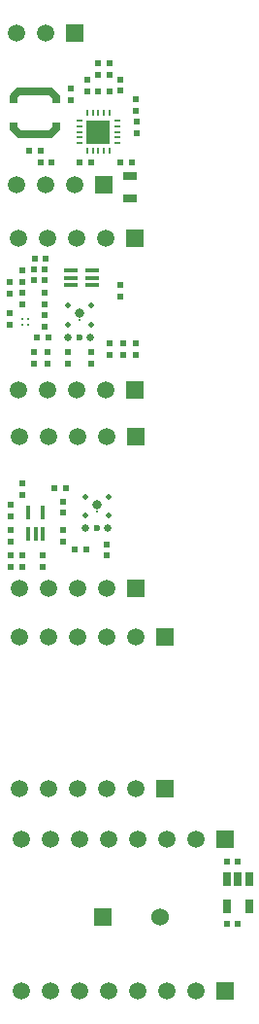
<source format=gbr>
%TF.GenerationSoftware,Altium Limited,Altium Designer,22.6.1 (34)*%
G04 Layer_Color=255*
%FSLAX45Y45*%
%MOMM*%
%TF.SameCoordinates,41C29604-6FBD-4392-AD62-CF0DA8D1722B*%
%TF.FilePolarity,Positive*%
%TF.FileFunction,Pads,Bot*%
%TF.Part,CustomerPanel*%
G01*
G75*
%TA.AperFunction,SMDPad,CuDef*%
%ADD11R,0.50000X0.60000*%
%ADD12R,0.60000X0.50000*%
%ADD13R,1.30000X0.40000*%
%TA.AperFunction,ComponentPad*%
%ADD25R,1.50000X1.50000*%
%ADD26C,1.50000*%
%ADD27C,0.80000*%
%ADD30C,1.52400*%
%ADD31R,1.52400X1.52400*%
%TA.AperFunction,SMDPad,CuDef*%
G04:AMPARAMS|DCode=32|XSize=1.19mm|YSize=0.4mm|CornerRadius=0.1mm|HoleSize=0mm|Usage=FLASHONLY|Rotation=90.000|XOffset=0mm|YOffset=0mm|HoleType=Round|Shape=RoundedRectangle|*
%AMROUNDEDRECTD32*
21,1,1.19000,0.20000,0,0,90.0*
21,1,0.99000,0.40000,0,0,90.0*
1,1,0.20000,0.10000,0.49500*
1,1,0.20000,0.10000,-0.49500*
1,1,0.20000,-0.10000,-0.49500*
1,1,0.20000,-0.10000,0.49500*
%
%ADD32ROUNDEDRECTD32*%
%TA.AperFunction,ConnectorPad*%
%ADD33R,0.60000X0.50000*%
%TA.AperFunction,SMDPad,CuDef*%
%ADD34R,0.15000X0.15000*%
%ADD35C,0.65000*%
%ADD36C,0.46000*%
%ADD37C,0.60000*%
%ADD38C,0.25400*%
G04:AMPARAMS|DCode=39|XSize=0.9017mm|YSize=0.7112mm|CornerRadius=0mm|HoleSize=0mm|Usage=FLASHONLY|Rotation=45.000|XOffset=0mm|YOffset=0mm|HoleType=Round|Shape=Rectangle|*
%AMROTATEDRECTD39*
4,1,4,-0.06735,-0.57025,-0.57025,-0.06735,0.06735,0.57025,0.57025,0.06735,-0.06735,-0.57025,0.0*
%
%ADD39ROTATEDRECTD39*%

G04:AMPARAMS|DCode=40|XSize=0.9017mm|YSize=0.7112mm|CornerRadius=0mm|HoleSize=0mm|Usage=FLASHONLY|Rotation=135.000|XOffset=0mm|YOffset=0mm|HoleType=Round|Shape=Rectangle|*
%AMROTATEDRECTD40*
4,1,4,0.57025,-0.06735,0.06735,-0.57025,-0.57025,0.06735,-0.06735,0.57025,0.57025,-0.06735,0.0*
%
%ADD40ROTATEDRECTD40*%

%ADD41R,0.71120X0.80010*%
%ADD42R,3.12420X0.71120*%
%ADD43R,2.05000X2.05000*%
%ADD44O,0.24000X0.60000*%
%ADD45O,0.60000X0.24000*%
%TA.AperFunction,ConnectorPad*%
%ADD46R,1.30000X0.70000*%
%ADD47R,0.70000X1.25000*%
D11*
X388558Y4378839D02*
D03*
X288558D02*
D03*
X468036Y3840199D02*
D03*
X568041D02*
D03*
X215097Y6375400D02*
D03*
X115098D02*
D03*
X139700Y5692298D02*
D03*
X239700D02*
D03*
X170650Y7314499D02*
D03*
X70650D02*
D03*
X673100Y7835900D02*
D03*
X773100D02*
D03*
X864400Y7213600D02*
D03*
X964400D02*
D03*
X608100D02*
D03*
X508100D02*
D03*
X265900D02*
D03*
X165900D02*
D03*
X1891500Y1130301D02*
D03*
X1791500D02*
D03*
Y584201D02*
D03*
X1891500D02*
D03*
D12*
X10038Y4419440D02*
D03*
Y4319435D02*
D03*
X746638Y3790196D02*
D03*
Y3890196D02*
D03*
X365638Y4009741D02*
D03*
Y3909741D02*
D03*
X367238Y4263356D02*
D03*
Y4163356D02*
D03*
X189338Y3693836D02*
D03*
Y3793836D02*
D03*
X10038Y3793841D02*
D03*
Y3693836D02*
D03*
X114300Y5561800D02*
D03*
Y5461800D02*
D03*
X228600Y5561800D02*
D03*
Y5461800D02*
D03*
X774700Y5538000D02*
D03*
Y5638000D02*
D03*
X889000Y5538000D02*
D03*
Y5638000D02*
D03*
X1003300Y5537200D02*
D03*
Y5637200D02*
D03*
X203200Y6075964D02*
D03*
Y5975964D02*
D03*
Y6285702D02*
D03*
Y6185703D02*
D03*
X114300D02*
D03*
Y6285702D02*
D03*
X863600Y6045200D02*
D03*
Y6145200D02*
D03*
X12700Y6170605D02*
D03*
Y6270605D02*
D03*
X609600Y5561800D02*
D03*
Y5461800D02*
D03*
X405108Y5561800D02*
D03*
Y5461800D02*
D03*
X202797Y5786169D02*
D03*
Y5886169D02*
D03*
X12700Y5981700D02*
D03*
Y6081705D02*
D03*
X1003300Y7664380D02*
D03*
Y7764380D02*
D03*
X1004320Y7469855D02*
D03*
Y7569855D02*
D03*
X431800Y7759700D02*
D03*
Y7859700D02*
D03*
X573100Y7935900D02*
D03*
Y7835900D02*
D03*
X672694Y7978972D02*
D03*
Y8078972D02*
D03*
X773100Y8076400D02*
D03*
Y7976400D02*
D03*
X865200Y7936700D02*
D03*
Y7836700D02*
D03*
D13*
X435631Y6145301D02*
D03*
Y6210300D02*
D03*
X617129D02*
D03*
X435631Y6275299D02*
D03*
X617129D02*
D03*
Y6145301D02*
D03*
D25*
X1000638Y4823339D02*
D03*
Y3502539D02*
D03*
X990600Y5232400D02*
D03*
Y6553200D02*
D03*
X723900Y7023100D02*
D03*
X469900Y8343900D02*
D03*
X1257300Y1765300D02*
D03*
Y3086100D02*
D03*
X1778000Y1320801D02*
D03*
Y1D02*
D03*
D26*
X746638Y4823339D02*
D03*
X492638D02*
D03*
X238638D02*
D03*
X-15362D02*
D03*
X746638Y3502539D02*
D03*
X492638D02*
D03*
X238638D02*
D03*
X-15362D02*
D03*
X736600Y5232400D02*
D03*
X482600D02*
D03*
X228600D02*
D03*
X-25400D02*
D03*
X736600Y6553200D02*
D03*
X482600D02*
D03*
X228600D02*
D03*
X-25400D02*
D03*
X-38100Y7023100D02*
D03*
X215900D02*
D03*
X469900D02*
D03*
X215900Y8343900D02*
D03*
X-38100D02*
D03*
X-12700Y1765300D02*
D03*
X241300D02*
D03*
X495300D02*
D03*
X749300D02*
D03*
X1003300D02*
D03*
Y3086100D02*
D03*
X749300D02*
D03*
X495300D02*
D03*
X241300D02*
D03*
X-12700D02*
D03*
X0Y1320801D02*
D03*
X254000D02*
D03*
X508000D02*
D03*
X762000D02*
D03*
X1016000D02*
D03*
X1270000D02*
D03*
X1524000D02*
D03*
X0Y1D02*
D03*
X254000D02*
D03*
X508000D02*
D03*
X762000D02*
D03*
X1016000D02*
D03*
X1270000D02*
D03*
X1524000D02*
D03*
D27*
X657636Y4237539D02*
D03*
X506607Y5902300D02*
D03*
D30*
X1215200Y647701D02*
D03*
D31*
X715200D02*
D03*
D32*
X59338Y4170039D02*
D03*
Y3978039D02*
D03*
X189338Y4170039D02*
D03*
X124338Y3978039D02*
D03*
X189338D02*
D03*
D33*
X-91562Y4134771D02*
D03*
Y4234776D02*
D03*
X-91562Y4009741D02*
D03*
Y3909736D02*
D03*
Y3793841D02*
D03*
Y3693836D02*
D03*
X-101600Y5901558D02*
D03*
Y5801558D02*
D03*
Y6170600D02*
D03*
Y6070600D02*
D03*
D34*
X657636Y4174536D02*
D03*
X506607Y5839298D02*
D03*
D35*
X754136Y4027537D02*
D03*
X561137D02*
D03*
X603106Y5692298D02*
D03*
X410107D02*
D03*
D36*
X759140Y4137539D02*
D03*
X556138D02*
D03*
X759140Y4301536D02*
D03*
X556138D02*
D03*
X608110Y5802300D02*
D03*
X405108D02*
D03*
X608110Y5966298D02*
D03*
X405108D02*
D03*
D37*
X657636Y4027537D02*
D03*
X506607Y5692298D02*
D03*
D38*
X63500Y5852358D02*
D03*
X12700D02*
D03*
X63500Y5801558D02*
D03*
X12700D02*
D03*
D39*
X-40640Y7810970D02*
D03*
X283210Y7484580D02*
D03*
D40*
X-41910D02*
D03*
X283210Y7809700D02*
D03*
D41*
X-63500Y7763980D02*
D03*
X304800D02*
D03*
X-63500Y7530300D02*
D03*
X304800D02*
D03*
D42*
X120650Y7831290D02*
D03*
Y7462990D02*
D03*
D43*
X673100Y7480300D02*
D03*
D44*
X573100Y7315300D02*
D03*
X623100D02*
D03*
X673100D02*
D03*
X723100D02*
D03*
X773100D02*
D03*
Y7645300D02*
D03*
X723100D02*
D03*
X673100D02*
D03*
X623100D02*
D03*
X573100D02*
D03*
D45*
X838100Y7380300D02*
D03*
Y7430300D02*
D03*
Y7480300D02*
D03*
Y7530300D02*
D03*
Y7580300D02*
D03*
X508100D02*
D03*
Y7530300D02*
D03*
Y7480300D02*
D03*
Y7430300D02*
D03*
Y7380300D02*
D03*
D46*
X952500Y7092700D02*
D03*
Y6902700D02*
D03*
D47*
X1796500Y975330D02*
D03*
X1891500D02*
D03*
X1986500D02*
D03*
Y735330D02*
D03*
X1796500D02*
D03*
%TF.MD5,fca8ec49ebb2f36303725a78cb383747*%
M02*

</source>
